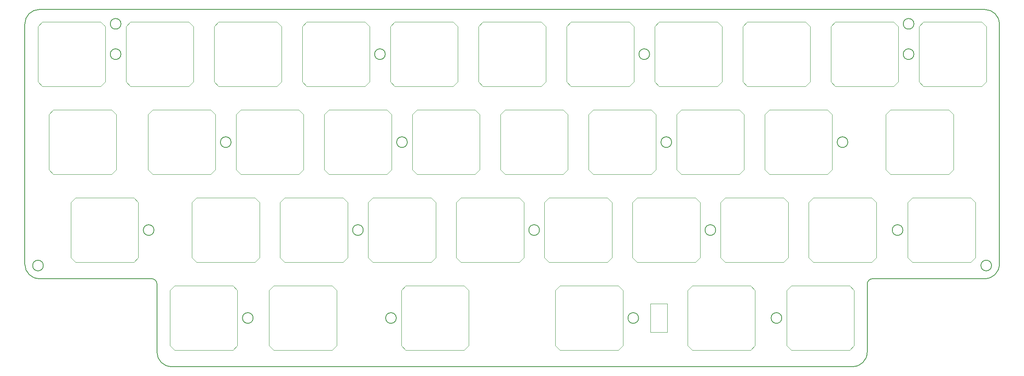
<source format=gbr>
%TF.GenerationSoftware,KiCad,Pcbnew,8.0.9*%
%TF.CreationDate,2026-02-07T17:36:23+01:00*%
%TF.ProjectId,travaulta plate topre fr4,74726176-6175-46c7-9461-20706c617465,rev?*%
%TF.SameCoordinates,Original*%
%TF.FileFunction,Profile,NP*%
%FSLAX46Y46*%
G04 Gerber Fmt 4.6, Leading zero omitted, Abs format (unit mm)*
G04 Created by KiCad (PCBNEW 8.0.9) date 2026-02-07 17:36:23*
%MOMM*%
%LPD*%
G01*
G04 APERTURE LIST*
%TA.AperFunction,Profile*%
%ADD10C,0.200000*%
%TD*%
%TA.AperFunction,Profile*%
%ADD11C,0.100000*%
%TD*%
%TA.AperFunction,Profile*%
%ADD12C,0.050000*%
%TD*%
%TA.AperFunction,Profile*%
%ADD13C,0.120000*%
%TD*%
G04 APERTURE END LIST*
D10*
X176568750Y-114300000D02*
G75*
G02*
X174268750Y-114300000I-1150000J0D01*
G01*
X174268750Y-114300000D02*
G75*
G02*
X176568750Y-114300000I1150000J0D01*
G01*
D11*
X179168161Y-111215427D02*
X182763392Y-111215427D01*
X182763392Y-117358174D01*
X179168161Y-117358174D01*
X179168161Y-111215427D01*
D10*
X72450000Y-121724999D02*
X72450000Y-106974999D01*
X155137500Y-95250000D02*
G75*
G02*
X152837500Y-95250000I-1150000J0D01*
G01*
X152837500Y-95250000D02*
G75*
G02*
X155137500Y-95250000I1150000J0D01*
G01*
X93225000Y-114300000D02*
G75*
G02*
X90925000Y-114300000I-1150000J0D01*
G01*
X90925000Y-114300000D02*
G75*
G02*
X93225000Y-114300000I1150000J0D01*
G01*
X252884375Y-102933999D02*
G75*
G02*
X250584375Y-102933999I-1150000J0D01*
G01*
X250584375Y-102933999D02*
G75*
G02*
X252884375Y-102933999I1150000J0D01*
G01*
D12*
X61087000Y-50927000D02*
X61087000Y-50927000D01*
D10*
X71793750Y-95250000D02*
G75*
G02*
X69493750Y-95250000I-1150000J0D01*
G01*
X69493750Y-95250000D02*
G75*
G02*
X71793750Y-95250000I1150000J0D01*
G01*
X233718750Y-95250000D02*
G75*
G02*
X231418750Y-95250000I-1150000J0D01*
G01*
X231418750Y-95250000D02*
G75*
G02*
X233718750Y-95250000I1150000J0D01*
G01*
X47866000Y-102933999D02*
G75*
G02*
X45566000Y-102933999I-1150000J0D01*
G01*
X45566000Y-102933999D02*
G75*
G02*
X47866000Y-102933999I1150000J0D01*
G01*
X254575000Y-102674999D02*
G75*
G02*
X251475000Y-105775000I-3100000J-1D01*
G01*
X236100000Y-57150000D02*
G75*
G02*
X233800000Y-57150000I-1150000J0D01*
G01*
X233800000Y-57150000D02*
G75*
G02*
X236100000Y-57150000I1150000J0D01*
G01*
X124181250Y-114300000D02*
G75*
G02*
X121881250Y-114300000I-1150000J0D01*
G01*
X121881250Y-114300000D02*
G75*
G02*
X124181250Y-114300000I1150000J0D01*
G01*
X121800000Y-57150000D02*
G75*
G02*
X119500000Y-57150000I-1150000J0D01*
G01*
X119500000Y-57150000D02*
G75*
G02*
X121800000Y-57150000I1150000J0D01*
G01*
X71250000Y-105774999D02*
G75*
G02*
X72450001Y-106974999I0J-1200001D01*
G01*
X46975000Y-47474999D02*
X251475000Y-47474999D01*
X207525000Y-114300000D02*
G75*
G02*
X205225000Y-114300000I-1150000J0D01*
G01*
X205225000Y-114300000D02*
G75*
G02*
X207525000Y-114300000I1150000J0D01*
G01*
X226000000Y-106974999D02*
X226000000Y-121724999D01*
X222900000Y-124824999D02*
X75550000Y-124824999D01*
X64650000Y-50574999D02*
G75*
G02*
X62350000Y-50574999I-1150000J0D01*
G01*
X62350000Y-50574999D02*
G75*
G02*
X64650000Y-50574999I1150000J0D01*
G01*
X178950000Y-57150000D02*
G75*
G02*
X176650000Y-57150000I-1150000J0D01*
G01*
X176650000Y-57150000D02*
G75*
G02*
X178950000Y-57150000I1150000J0D01*
G01*
X236100000Y-50574999D02*
G75*
G02*
X233800000Y-50574999I-1150000J0D01*
G01*
X233800000Y-50574999D02*
G75*
G02*
X236100000Y-50574999I1150000J0D01*
G01*
X64650000Y-57150000D02*
G75*
G02*
X62350000Y-57150000I-1150000J0D01*
G01*
X62350000Y-57150000D02*
G75*
G02*
X64650000Y-57150000I1150000J0D01*
G01*
X46975000Y-105774999D02*
G75*
G02*
X43875001Y-102674999I0J3099999D01*
G01*
X117037500Y-95250000D02*
G75*
G02*
X114737500Y-95250000I-1150000J0D01*
G01*
X114737500Y-95250000D02*
G75*
G02*
X117037500Y-95250000I1150000J0D01*
G01*
X251475000Y-47474999D02*
G75*
G02*
X254575001Y-50574999I0J-3100001D01*
G01*
X226000000Y-106974999D02*
G75*
G02*
X227200000Y-105775000I1200000J-1D01*
G01*
X183712500Y-76200000D02*
G75*
G02*
X181412500Y-76200000I-1150000J0D01*
G01*
X181412500Y-76200000D02*
G75*
G02*
X183712500Y-76200000I1150000J0D01*
G01*
X226000000Y-121724999D02*
G75*
G02*
X222900000Y-124825000I-3100000J-1D01*
G01*
X221812500Y-76200000D02*
G75*
G02*
X219512500Y-76200000I-1150000J0D01*
G01*
X219512500Y-76200000D02*
G75*
G02*
X221812500Y-76200000I1150000J0D01*
G01*
X126562500Y-76200000D02*
G75*
G02*
X124262500Y-76200000I-1150000J0D01*
G01*
X124262500Y-76200000D02*
G75*
G02*
X126562500Y-76200000I1150000J0D01*
G01*
X254575000Y-50574999D02*
X254575000Y-102674999D01*
X88462500Y-76200000D02*
G75*
G02*
X86162500Y-76200000I-1150000J0D01*
G01*
X86162500Y-76200000D02*
G75*
G02*
X88462500Y-76200000I1150000J0D01*
G01*
X193237500Y-95250000D02*
G75*
G02*
X190937500Y-95250000I-1150000J0D01*
G01*
X190937500Y-95250000D02*
G75*
G02*
X193237500Y-95250000I1150000J0D01*
G01*
X43875000Y-50574999D02*
G75*
G02*
X46975000Y-47475000I3100000J-1D01*
G01*
X71250000Y-105774999D02*
X46975000Y-105774999D01*
X251475000Y-105774999D02*
X227200000Y-105774999D01*
X75550000Y-124824999D02*
G75*
G02*
X72450001Y-121724999I0J3099999D01*
G01*
X43875000Y-102674999D02*
X43875000Y-50574999D01*
D13*
%TO.C,REF\u002A\u002A*%
X208600000Y-108300000D02*
X208600000Y-120300000D01*
X208600000Y-120300000D02*
X209600000Y-121300000D01*
X209600000Y-107300000D02*
X208600000Y-108300000D01*
X209600000Y-121300000D02*
X222200000Y-121300000D01*
X222200000Y-107300000D02*
X209600000Y-107300000D01*
X222200000Y-107300000D02*
X223200000Y-108300000D01*
X222200000Y-121300000D02*
X223200000Y-120300000D01*
X223200000Y-120300000D02*
X223200000Y-108300000D01*
X213362500Y-89250000D02*
X213362500Y-101250000D01*
X213362500Y-101250000D02*
X214362500Y-102250000D01*
X214362500Y-88250000D02*
X213362500Y-89250000D01*
X214362500Y-102250000D02*
X226962500Y-102250000D01*
X226962500Y-88250000D02*
X214362500Y-88250000D01*
X226962500Y-88250000D02*
X227962500Y-89250000D01*
X226962500Y-102250000D02*
X227962500Y-101250000D01*
X227962500Y-101250000D02*
X227962500Y-89250000D01*
X125255000Y-108300000D02*
X125255000Y-120300000D01*
X125255000Y-120300000D02*
X126255000Y-121300000D01*
X126255000Y-107300000D02*
X125255000Y-108300000D01*
X126255000Y-121300000D02*
X138855000Y-121300000D01*
X138855000Y-107300000D02*
X126255000Y-107300000D01*
X138855000Y-107300000D02*
X139855000Y-108300000D01*
X138855000Y-121300000D02*
X139855000Y-120300000D01*
X139855000Y-120300000D02*
X139855000Y-108300000D01*
X165737500Y-70200000D02*
X165737500Y-82200000D01*
X165737500Y-82200000D02*
X166737500Y-83200000D01*
X166737500Y-69200000D02*
X165737500Y-70200000D01*
X166737500Y-83200000D02*
X179337500Y-83200000D01*
X179337500Y-69200000D02*
X166737500Y-69200000D01*
X179337500Y-69200000D02*
X180337500Y-70200000D01*
X179337500Y-83200000D02*
X180337500Y-82200000D01*
X180337500Y-82200000D02*
X180337500Y-70200000D01*
X96680000Y-108300000D02*
X96680000Y-120300000D01*
X96680000Y-120300000D02*
X97680000Y-121300000D01*
X97680000Y-107300000D02*
X96680000Y-108300000D01*
X97680000Y-121300000D02*
X110280000Y-121300000D01*
X110280000Y-107300000D02*
X97680000Y-107300000D01*
X110280000Y-107300000D02*
X111280000Y-108300000D01*
X110280000Y-121300000D02*
X111280000Y-120300000D01*
X111280000Y-120300000D02*
X111280000Y-108300000D01*
X108587500Y-70200000D02*
X108587500Y-82200000D01*
X108587500Y-82200000D02*
X109587500Y-83200000D01*
X109587500Y-69200000D02*
X108587500Y-70200000D01*
X109587500Y-83200000D02*
X122187500Y-83200000D01*
X122187500Y-69200000D02*
X109587500Y-69200000D01*
X122187500Y-69200000D02*
X123187500Y-70200000D01*
X122187500Y-83200000D02*
X123187500Y-82200000D01*
X123187500Y-82200000D02*
X123187500Y-70200000D01*
X75250000Y-108300000D02*
X75250000Y-120300000D01*
X75250000Y-120300000D02*
X76250000Y-121300000D01*
X76250000Y-107300000D02*
X75250000Y-108300000D01*
X76250000Y-121300000D02*
X88850000Y-121300000D01*
X88850000Y-107300000D02*
X76250000Y-107300000D01*
X88850000Y-107300000D02*
X89850000Y-108300000D01*
X88850000Y-121300000D02*
X89850000Y-120300000D01*
X89850000Y-120300000D02*
X89850000Y-108300000D01*
X49058000Y-70200000D02*
X49058000Y-82200000D01*
X49058000Y-82200000D02*
X50058000Y-83200000D01*
X50058000Y-69200000D02*
X49058000Y-70200000D01*
X50058000Y-83200000D02*
X62658000Y-83200000D01*
X62658000Y-69200000D02*
X50058000Y-69200000D01*
X62658000Y-69200000D02*
X63658000Y-70200000D01*
X62658000Y-83200000D02*
X63658000Y-82200000D01*
X63658000Y-82200000D02*
X63658000Y-70200000D01*
X70487500Y-70200000D02*
X70487500Y-82200000D01*
X70487500Y-82200000D02*
X71487500Y-83200000D01*
X71487500Y-69200000D02*
X70487500Y-70200000D01*
X71487500Y-83200000D02*
X84087500Y-83200000D01*
X84087500Y-69200000D02*
X71487500Y-69200000D01*
X84087500Y-69200000D02*
X85087500Y-70200000D01*
X84087500Y-83200000D02*
X85087500Y-82200000D01*
X85087500Y-82200000D02*
X85087500Y-70200000D01*
X230030000Y-70200000D02*
X230030000Y-82200000D01*
X230030000Y-82200000D02*
X231030000Y-83200000D01*
X231030000Y-69200000D02*
X230030000Y-70200000D01*
X231030000Y-83200000D02*
X243630000Y-83200000D01*
X243630000Y-69200000D02*
X231030000Y-69200000D01*
X243630000Y-69200000D02*
X244630000Y-70200000D01*
X243630000Y-83200000D02*
X244630000Y-82200000D01*
X244630000Y-82200000D02*
X244630000Y-70200000D01*
X122875000Y-51150000D02*
X122875000Y-63150000D01*
X122875000Y-63150000D02*
X123875000Y-64150000D01*
X123875000Y-50150000D02*
X122875000Y-51150000D01*
X123875000Y-64150000D02*
X136475000Y-64150000D01*
X136475000Y-50150000D02*
X123875000Y-50150000D01*
X136475000Y-50150000D02*
X137475000Y-51150000D01*
X136475000Y-64150000D02*
X137475000Y-63150000D01*
X137475000Y-63150000D02*
X137475000Y-51150000D01*
X158592000Y-108300000D02*
X158592000Y-120300000D01*
X158592000Y-120300000D02*
X159592000Y-121300000D01*
X159592000Y-107300000D02*
X158592000Y-108300000D01*
X159592000Y-121300000D02*
X172192000Y-121300000D01*
X172192000Y-107300000D02*
X159592000Y-107300000D01*
X172192000Y-107300000D02*
X173192000Y-108300000D01*
X172192000Y-121300000D02*
X173192000Y-120300000D01*
X173192000Y-120300000D02*
X173192000Y-108300000D01*
X194312500Y-89250000D02*
X194312500Y-101250000D01*
X194312500Y-101250000D02*
X195312500Y-102250000D01*
X195312500Y-88250000D02*
X194312500Y-89250000D01*
X195312500Y-102250000D02*
X207912500Y-102250000D01*
X207912500Y-88250000D02*
X195312500Y-88250000D01*
X207912500Y-88250000D02*
X208912500Y-89250000D01*
X207912500Y-102250000D02*
X208912500Y-101250000D01*
X208912500Y-101250000D02*
X208912500Y-89250000D01*
X218125000Y-51150000D02*
X218125000Y-63150000D01*
X218125000Y-63150000D02*
X219125000Y-64150000D01*
X219125000Y-50150000D02*
X218125000Y-51150000D01*
X219125000Y-64150000D02*
X231725000Y-64150000D01*
X231725000Y-50150000D02*
X219125000Y-50150000D01*
X231725000Y-50150000D02*
X232725000Y-51150000D01*
X231725000Y-64150000D02*
X232725000Y-63150000D01*
X232725000Y-63150000D02*
X232725000Y-51150000D01*
X80012500Y-89250000D02*
X80012500Y-101250000D01*
X80012500Y-101250000D02*
X81012500Y-102250000D01*
X81012500Y-88250000D02*
X80012500Y-89250000D01*
X81012500Y-102250000D02*
X93612500Y-102250000D01*
X93612500Y-88250000D02*
X81012500Y-88250000D01*
X93612500Y-88250000D02*
X94612500Y-89250000D01*
X93612500Y-102250000D02*
X94612500Y-101250000D01*
X94612500Y-101250000D02*
X94612500Y-89250000D01*
X160975000Y-51150000D02*
X160975000Y-63150000D01*
X160975000Y-63150000D02*
X161975000Y-64150000D01*
X161975000Y-50150000D02*
X160975000Y-51150000D01*
X161975000Y-64150000D02*
X174575000Y-64150000D01*
X174575000Y-50150000D02*
X161975000Y-50150000D01*
X174575000Y-50150000D02*
X175575000Y-51150000D01*
X174575000Y-64150000D02*
X175575000Y-63150000D01*
X175575000Y-63150000D02*
X175575000Y-51150000D01*
X137162500Y-89250000D02*
X137162500Y-101250000D01*
X137162500Y-101250000D02*
X138162500Y-102250000D01*
X138162500Y-88250000D02*
X137162500Y-89250000D01*
X138162500Y-102250000D02*
X150762500Y-102250000D01*
X150762500Y-88250000D02*
X138162500Y-88250000D01*
X150762500Y-88250000D02*
X151762500Y-89250000D01*
X150762500Y-102250000D02*
X151762500Y-101250000D01*
X151762500Y-101250000D02*
X151762500Y-89250000D01*
X118112500Y-89250000D02*
X118112500Y-101250000D01*
X118112500Y-101250000D02*
X119112500Y-102250000D01*
X119112500Y-88250000D02*
X118112500Y-89250000D01*
X119112500Y-102250000D02*
X131712500Y-102250000D01*
X131712500Y-88250000D02*
X119112500Y-88250000D01*
X131712500Y-88250000D02*
X132712500Y-89250000D01*
X131712500Y-102250000D02*
X132712500Y-101250000D01*
X132712500Y-101250000D02*
X132712500Y-89250000D01*
X46675000Y-51150000D02*
X46675000Y-63150000D01*
X46675000Y-63150000D02*
X47675000Y-64150000D01*
X47675000Y-50150000D02*
X46675000Y-51150000D01*
X47675000Y-64150000D02*
X60275000Y-64150000D01*
X60275000Y-50150000D02*
X47675000Y-50150000D01*
X60275000Y-50150000D02*
X61275000Y-51150000D01*
X60275000Y-64150000D02*
X61275000Y-63150000D01*
X61275000Y-63150000D02*
X61275000Y-51150000D01*
X203837500Y-70200000D02*
X203837500Y-82200000D01*
X203837500Y-82200000D02*
X204837500Y-83200000D01*
X204837500Y-69200000D02*
X203837500Y-70200000D01*
X204837500Y-83200000D02*
X217437500Y-83200000D01*
X217437500Y-69200000D02*
X204837500Y-69200000D01*
X217437500Y-69200000D02*
X218437500Y-70200000D01*
X217437500Y-83200000D02*
X218437500Y-82200000D01*
X218437500Y-82200000D02*
X218437500Y-70200000D01*
X89537500Y-70200000D02*
X89537500Y-82200000D01*
X89537500Y-82200000D02*
X90537500Y-83200000D01*
X90537500Y-69200000D02*
X89537500Y-70200000D01*
X90537500Y-83200000D02*
X103137500Y-83200000D01*
X103137500Y-69200000D02*
X90537500Y-69200000D01*
X103137500Y-69200000D02*
X104137500Y-70200000D01*
X103137500Y-83200000D02*
X104137500Y-82200000D01*
X104137500Y-82200000D02*
X104137500Y-70200000D01*
X156212500Y-89250000D02*
X156212500Y-101250000D01*
X156212500Y-101250000D02*
X157212500Y-102250000D01*
X157212500Y-88250000D02*
X156212500Y-89250000D01*
X157212500Y-102250000D02*
X169812500Y-102250000D01*
X169812500Y-88250000D02*
X157212500Y-88250000D01*
X169812500Y-88250000D02*
X170812500Y-89250000D01*
X169812500Y-102250000D02*
X170812500Y-101250000D01*
X170812500Y-101250000D02*
X170812500Y-89250000D01*
X184787500Y-70200000D02*
X184787500Y-82200000D01*
X184787500Y-82200000D02*
X185787500Y-83200000D01*
X185787500Y-69200000D02*
X184787500Y-70200000D01*
X185787500Y-83200000D02*
X198387500Y-83200000D01*
X198387500Y-69200000D02*
X185787500Y-69200000D01*
X198387500Y-69200000D02*
X199387500Y-70200000D01*
X198387500Y-83200000D02*
X199387500Y-82200000D01*
X199387500Y-82200000D02*
X199387500Y-70200000D01*
X103825000Y-51150000D02*
X103825000Y-63150000D01*
X103825000Y-63150000D02*
X104825000Y-64150000D01*
X104825000Y-50150000D02*
X103825000Y-51150000D01*
X104825000Y-64150000D02*
X117425000Y-64150000D01*
X117425000Y-50150000D02*
X104825000Y-50150000D01*
X117425000Y-50150000D02*
X118425000Y-51150000D01*
X117425000Y-64150000D02*
X118425000Y-63150000D01*
X118425000Y-63150000D02*
X118425000Y-51150000D01*
X175262500Y-89250000D02*
X175262500Y-101250000D01*
X175262500Y-101250000D02*
X176262500Y-102250000D01*
X176262500Y-88250000D02*
X175262500Y-89250000D01*
X176262500Y-102250000D02*
X188862500Y-102250000D01*
X188862500Y-88250000D02*
X176262500Y-88250000D01*
X188862500Y-88250000D02*
X189862500Y-89250000D01*
X188862500Y-102250000D02*
X189862500Y-101250000D01*
X189862500Y-101250000D02*
X189862500Y-89250000D01*
X180025000Y-51150000D02*
X180025000Y-63150000D01*
X180025000Y-63150000D02*
X181025000Y-64150000D01*
X181025000Y-50150000D02*
X180025000Y-51150000D01*
X181025000Y-64150000D02*
X193625000Y-64150000D01*
X193625000Y-50150000D02*
X181025000Y-50150000D01*
X193625000Y-50150000D02*
X194625000Y-51150000D01*
X193625000Y-64150000D02*
X194625000Y-63150000D01*
X194625000Y-63150000D02*
X194625000Y-51150000D01*
X187170000Y-108300000D02*
X187170000Y-120300000D01*
X187170000Y-120300000D02*
X188170000Y-121300000D01*
X188170000Y-107300000D02*
X187170000Y-108300000D01*
X188170000Y-121300000D02*
X200770000Y-121300000D01*
X200770000Y-107300000D02*
X188170000Y-107300000D01*
X200770000Y-107300000D02*
X201770000Y-108300000D01*
X200770000Y-121300000D02*
X201770000Y-120300000D01*
X201770000Y-120300000D02*
X201770000Y-108300000D01*
X237175000Y-51150000D02*
X237175000Y-63150000D01*
X237175000Y-63150000D02*
X238175000Y-64150000D01*
X238175000Y-50150000D02*
X237175000Y-51150000D01*
X238175000Y-64150000D02*
X250775000Y-64150000D01*
X250775000Y-50150000D02*
X238175000Y-50150000D01*
X250775000Y-50150000D02*
X251775000Y-51150000D01*
X250775000Y-64150000D02*
X251775000Y-63150000D01*
X251775000Y-63150000D02*
X251775000Y-51150000D01*
X141925000Y-51150000D02*
X141925000Y-63150000D01*
X141925000Y-63150000D02*
X142925000Y-64150000D01*
X142925000Y-50150000D02*
X141925000Y-51150000D01*
X142925000Y-64150000D02*
X155525000Y-64150000D01*
X155525000Y-50150000D02*
X142925000Y-50150000D01*
X155525000Y-50150000D02*
X156525000Y-51150000D01*
X155525000Y-64150000D02*
X156525000Y-63150000D01*
X156525000Y-63150000D02*
X156525000Y-51150000D01*
X53820000Y-89250000D02*
X53820000Y-101250000D01*
X53820000Y-101250000D02*
X54820000Y-102250000D01*
X54820000Y-88250000D02*
X53820000Y-89250000D01*
X54820000Y-102250000D02*
X67420000Y-102250000D01*
X67420000Y-88250000D02*
X54820000Y-88250000D01*
X67420000Y-88250000D02*
X68420000Y-89250000D01*
X67420000Y-102250000D02*
X68420000Y-101250000D01*
X68420000Y-101250000D02*
X68420000Y-89250000D01*
X84775000Y-51150000D02*
X84775000Y-63150000D01*
X84775000Y-63150000D02*
X85775000Y-64150000D01*
X85775000Y-50150000D02*
X84775000Y-51150000D01*
X85775000Y-64150000D02*
X98375000Y-64150000D01*
X98375000Y-50150000D02*
X85775000Y-50150000D01*
X98375000Y-50150000D02*
X99375000Y-51150000D01*
X98375000Y-64150000D02*
X99375000Y-63150000D01*
X99375000Y-63150000D02*
X99375000Y-51150000D01*
X65725000Y-51150000D02*
X65725000Y-63150000D01*
X65725000Y-63150000D02*
X66725000Y-64150000D01*
X66725000Y-50150000D02*
X65725000Y-51150000D01*
X66725000Y-64150000D02*
X79325000Y-64150000D01*
X79325000Y-50150000D02*
X66725000Y-50150000D01*
X79325000Y-50150000D02*
X80325000Y-51150000D01*
X79325000Y-64150000D02*
X80325000Y-63150000D01*
X80325000Y-63150000D02*
X80325000Y-51150000D01*
X127637500Y-70200000D02*
X127637500Y-82200000D01*
X127637500Y-82200000D02*
X128637500Y-83200000D01*
X128637500Y-69200000D02*
X127637500Y-70200000D01*
X128637500Y-83200000D02*
X141237500Y-83200000D01*
X141237500Y-69200000D02*
X128637500Y-69200000D01*
X141237500Y-69200000D02*
X142237500Y-70200000D01*
X141237500Y-83200000D02*
X142237500Y-82200000D01*
X142237500Y-82200000D02*
X142237500Y-70200000D01*
X234795000Y-89250000D02*
X234795000Y-101250000D01*
X234795000Y-101250000D02*
X235795000Y-102250000D01*
X235795000Y-88250000D02*
X234795000Y-89250000D01*
X235795000Y-102250000D02*
X248395000Y-102250000D01*
X248395000Y-88250000D02*
X235795000Y-88250000D01*
X248395000Y-88250000D02*
X249395000Y-89250000D01*
X248395000Y-102250000D02*
X249395000Y-101250000D01*
X249395000Y-101250000D02*
X249395000Y-89250000D01*
X99062500Y-89250000D02*
X99062500Y-101250000D01*
X99062500Y-101250000D02*
X100062500Y-102250000D01*
X100062500Y-88250000D02*
X99062500Y-89250000D01*
X100062500Y-102250000D02*
X112662500Y-102250000D01*
X112662500Y-88250000D02*
X100062500Y-88250000D01*
X112662500Y-88250000D02*
X113662500Y-89250000D01*
X112662500Y-102250000D02*
X113662500Y-101250000D01*
X113662500Y-101250000D02*
X113662500Y-89250000D01*
X199075000Y-51150000D02*
X199075000Y-63150000D01*
X199075000Y-63150000D02*
X200075000Y-64150000D01*
X200075000Y-50150000D02*
X199075000Y-51150000D01*
X200075000Y-64150000D02*
X212675000Y-64150000D01*
X212675000Y-50150000D02*
X200075000Y-50150000D01*
X212675000Y-50150000D02*
X213675000Y-51150000D01*
X212675000Y-64150000D02*
X213675000Y-63150000D01*
X213675000Y-63150000D02*
X213675000Y-51150000D01*
X146687500Y-70200000D02*
X146687500Y-82200000D01*
X146687500Y-82200000D02*
X147687500Y-83200000D01*
X147687500Y-69200000D02*
X146687500Y-70200000D01*
X147687500Y-83200000D02*
X160287500Y-83200000D01*
X160287500Y-69200000D02*
X147687500Y-69200000D01*
X160287500Y-69200000D02*
X161287500Y-70200000D01*
X160287500Y-83200000D02*
X161287500Y-82200000D01*
X161287500Y-82200000D02*
X161287500Y-70200000D01*
%TD*%
M02*

</source>
